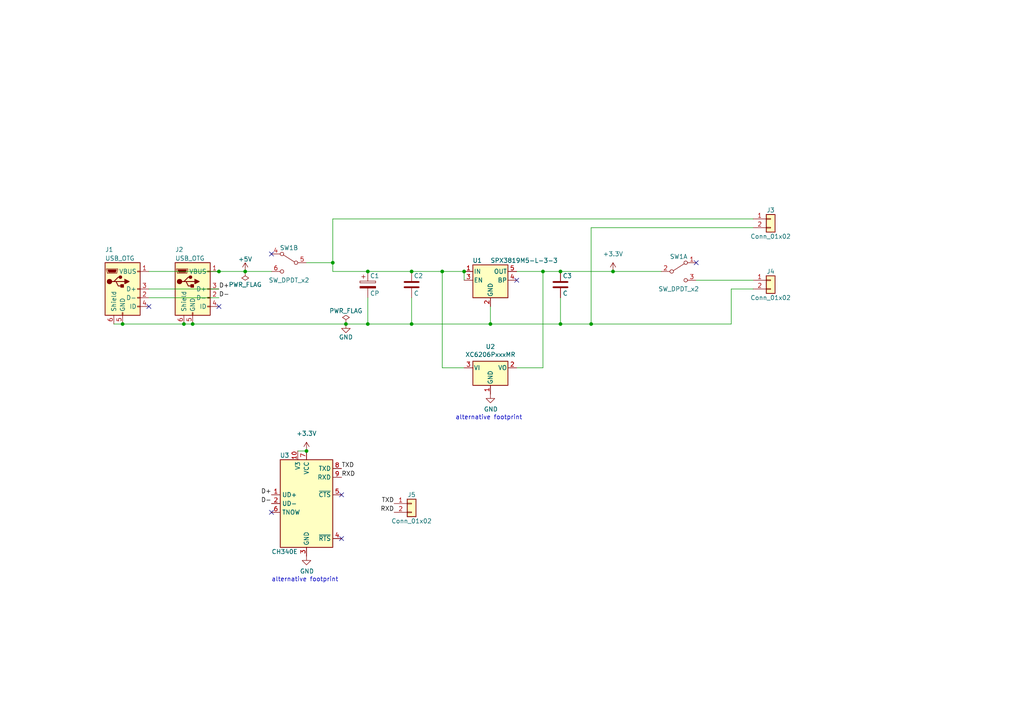
<source format=kicad_sch>
(kicad_sch (version 20211123) (generator eeschema)
  (paper "A4")
  (title_block (title "BBPSU-USBTTL") (date "2022-11-03") (rev "0.1") (company "FLACO 2022, licence of this schematic is CC-BY-NC-SA") (comment 1 "Breadboard 3.3V power supply with micro USB input"))
  (lib_symbols
    (symbol "Connector:USB_B_Micro" (pin_names (offset 1.016))
      (property "Reference" "J" (at -5.08 11.43 0))
      (property "Value" "USB_B_Micro" (at -5.08 8.89 0))
      (symbol "USB_B_Micro_0_1"
        (rectangle (start -5.08 -7.62) (end 5.08 7.62) (stroke (width 0.254)) (fill (type background)))
        (circle (center -3.81 2.159) (radius 0.635) (stroke (width 0.254)) (fill (type outline)))
        (circle (center -0.635 3.429) (radius 0.381) (stroke (width 0.254)) (fill (type outline)))
        (rectangle (start -0.127 -7.62) (end 0.127 -6.858))
        (polyline (pts (xy -1.905 2.159) (xy 0.635 2.159)) (stroke (width 0.254)))
        (polyline (pts (xy -3.175 2.159) (xy -2.54 2.159) (xy -1.27 3.429) (xy -0.635 3.429)) (stroke (width 0.254)))
        (polyline (pts (xy -2.54 2.159) (xy -1.905 2.159) (xy -1.27 0.889) (xy 0 0.889)) (stroke (width 0.254)))
        (polyline (pts (xy 0.635 2.794) (xy 0.635 1.524) (xy 1.905 2.159) (xy 0.635 2.794)) (stroke (width 0.254)) (fill (type outline)))
        (polyline (pts (xy -4.318 5.588) (xy -1.778 5.588) (xy -2.032 4.826) (xy -4.064 4.826) (xy -4.318 5.588)) (fill (type outline)))
        (polyline (pts (xy -4.699 5.842) (xy -4.699 5.588) (xy -4.445 4.826) (xy -4.445 4.572) (xy -1.651 4.572) (xy -1.651 4.826) (xy -1.397 5.588) (xy -1.397 5.842) (xy -4.699 5.842)))
        (rectangle (start 0.254 1.27) (end -0.508 0.508) (stroke (width 0.254)) (fill (type outline)))
        (rectangle (start 5.08 -5.207) (end 4.318 -4.953))
        (rectangle (start 5.08 -2.667) (end 4.318 -2.413))
        (rectangle (start 5.08 -0.127) (end 4.318 0.127))
        (rectangle (start 5.08 4.953) (end 4.318 5.207))
      )
      (symbol "USB_B_Micro_1_1"
        (pin power_out line (at 7.62 5.08 180) (length 2.54) (name "VBUS") (number "1"))
        (pin bidirectional line (at 7.62 -2.54 180) (length 2.54) (name "D-") (number "2"))
        (pin bidirectional line (at 7.62 0 180) (length 2.54) (name "D+") (number "3"))
        (pin passive line (at 7.62 -5.08 180) (length 2.54) (name "ID") (number "4"))
        (pin power_out line (at 0 -10.16 90) (length 2.54) (name "GND") (number "5"))
        (pin passive line (at -2.54 -10.16 90) (length 2.54) (name "Shield") (number "6"))
      )
    )
    (symbol "Connector:USB_B_Mini" (pin_names (offset 1.016))
      (property "Reference" "J" (at -5.08 11.43 0))
      (property "Value" "USB_B_Mini" (at -5.08 8.89 0))
      (symbol "USB_B_Mini_0_1"
        (rectangle (start -5.08 -7.62) (end 5.08 7.62) (stroke (width 0.254)) (fill (type background)))
        (circle (center -3.81 2.159) (radius 0.635) (stroke (width 0.254)) (fill (type outline)))
        (circle (center -0.635 3.429) (radius 0.381) (stroke (width 0.254)) (fill (type outline)))
        (rectangle (start -0.127 -7.62) (end 0.127 -6.858))
        (polyline (pts (xy -1.905 2.159) (xy 0.635 2.159)) (stroke (width 0.254)))
        (polyline (pts (xy -3.175 2.159) (xy -2.54 2.159) (xy -1.27 3.429) (xy -0.635 3.429)) (stroke (width 0.254)))
        (polyline (pts (xy -2.54 2.159) (xy -1.905 2.159) (xy -1.27 0.889) (xy 0 0.889)) (stroke (width 0.254)))
        (polyline (pts (xy 0.635 2.794) (xy 0.635 1.524) (xy 1.905 2.159) (xy 0.635 2.794)) (stroke (width 0.254)) (fill (type outline)))
        (polyline (pts (xy -4.318 5.588) (xy -1.778 5.588) (xy -2.032 4.826) (xy -4.064 4.826) (xy -4.318 5.588)) (fill (type outline)))
        (polyline (pts (xy -4.699 5.842) (xy -4.699 5.588) (xy -4.445 4.826) (xy -4.445 4.572) (xy -1.651 4.572) (xy -1.651 4.826) (xy -1.397 5.588) (xy -1.397 5.842) (xy -4.699 5.842)))
        (rectangle (start 0.254 1.27) (end -0.508 0.508) (stroke (width 0.254)) (fill (type outline)))
        (rectangle (start 5.08 -5.207) (end 4.318 -4.953))
        (rectangle (start 5.08 -2.667) (end 4.318 -2.413))
        (rectangle (start 5.08 -0.127) (end 4.318 0.127))
        (rectangle (start 5.08 4.953) (end 4.318 5.207))
      )
      (symbol "USB_B_Mini_1_1"
        (pin power_out line (at 7.62 5.08 180) (length 2.54) (name "VBUS") (number "1"))
        (pin bidirectional line (at 7.62 -2.54 180) (length 2.54) (name "D-") (number "2"))
        (pin bidirectional line (at 7.62 0 180) (length 2.54) (name "D+") (number "3"))
        (pin passive line (at 7.62 -5.08 180) (length 2.54) (name "ID") (number "4"))
        (pin power_out line (at 0 -10.16 90) (length 2.54) (name "GND") (number "5"))
        (pin passive line (at -2.54 -10.16 90) (length 2.54) (name "Shield") (number "6"))
      )
    )
    (symbol "Connector_Generic:Conn_01x02" (pin_names (offset 1.016) hide)
      (property "Reference" "J" (at 0 2.54 0))
      (property "Value" "Conn_01x02" (at 0 -5.08 0))
      (symbol "Conn_01x02_1_1"
        (rectangle (start -1.27 -2.413) (end 0 -2.667) (stroke (width 0.1524)))
        (rectangle (start -1.27 0.127) (end 0 -0.127) (stroke (width 0.1524)))
        (rectangle (start -1.27 1.27) (end 1.27 -3.81) (stroke (width 0.254)) (fill (type background)))
        (pin passive line (at -5.08 0 0) (length 3.81) (name "Pin_1") (number "1"))
        (pin passive line (at -5.08 -2.54 0) (length 3.81) (name "Pin_2") (number "2"))
      )
    )
    (symbol "Device:C" (pin_numbers hide) (pin_names (offset 0.254))
      (property "Reference" "C" (at 0.635 2.54 0))
      (property "Value" "C" (at 0.635 -2.54 0))
      (symbol "C_0_1"
        (polyline (pts (xy -2.032 -0.762) (xy 2.032 -0.762)) (stroke (width 0.508)))
        (polyline (pts (xy -2.032 0.762) (xy 2.032 0.762)) (stroke (width 0.508)))
      )
      (symbol "C_1_1"
        (pin passive line (at 0 3.81 270) (length 2.794) (name "~") (number "1"))
        (pin passive line (at 0 -3.81 90) (length 2.794) (name "~") (number "2"))
      )
    )
    (symbol "Device:C_Polarized" (pin_numbers hide) (pin_names (offset 0.254))
      (property "Reference" "C" (at 0.635 2.54 0))
      (property "Value" "C_Polarized" (at 0.635 -2.54 0))
      (symbol "C_Polarized_0_1"
        (rectangle (start -2.286 0.508) (end 2.286 1.016))
        (polyline (pts (xy -1.778 2.286) (xy -0.762 2.286)))
        (polyline (pts (xy -1.27 2.794) (xy -1.27 1.778)))
        (rectangle (start 2.286 -0.508) (end -2.286 -1.016) (fill (type outline)))
      )
      (symbol "C_Polarized_1_1"
        (pin passive line (at 0 3.81 270) (length 2.794) (name "~") (number "1"))
        (pin passive line (at 0 -3.81 90) (length 2.794) (name "~") (number "2"))
      )
    )
    (symbol "Interface_USB:CH340E"
      (property "Reference" "U" (at -5.08 13.97 0))
      (property "Value" "CH340E" (at 1.27 13.97 0))
      (symbol "CH340E_0_1"
        (rectangle (start -7.62 12.7) (end 7.62 -12.7) (stroke (width 0.254)) (fill (type background)))
      )
      (symbol "CH340E_1_1"
        (pin bidirectional line (at -10.16 2.54 0) (length 2.54) (name "UD+") (number "1"))
        (pin passive line (at -2.54 15.24 270) (length 2.54) (name "V3") (number "10"))
        (pin bidirectional line (at -10.16 0 0) (length 2.54) (name "UD-") (number "2"))
        (pin power_in line (at 0 -15.24 90) (length 2.54) (name "GND") (number "3"))
        (pin output line (at 10.16 -10.16 180) (length 2.54) (name "~{RTS}") (number "4"))
        (pin input line (at 10.16 2.54 180) (length 2.54) (name "~{CTS}") (number "5"))
        (pin output line (at -10.16 -2.54 0) (length 2.54) (name "TNOW") (number "6"))
        (pin power_in line (at 0 15.24 270) (length 2.54) (name "VCC") (number "7"))
        (pin output line (at 10.16 10.16 180) (length 2.54) (name "TXD") (number "8"))
        (pin input line (at 10.16 7.62 180) (length 2.54) (name "RXD") (number "9"))
      )
    )
    (symbol "Regulator_Linear:SPX3819M5-L-3-3" (pin_names (offset 0.254))
      (property "Reference" "U" (at -3.81 5.715 0))
      (property "Value" "SPX3819M5-L-3-3" (at 0 5.715 0))
      (symbol "SPX3819M5-L-3-3_0_1"
        (rectangle (start -5.08 4.445) (end 5.08 -5.08) (stroke (width 0.254)) (fill (type background)))
      )
      (symbol "SPX3819M5-L-3-3_1_1"
        (pin power_in line (at -7.62 2.54 0) (length 2.54) (name "IN") (number "1"))
        (pin power_in line (at 0 -7.62 90) (length 2.54) (name "GND") (number "2"))
        (pin input line (at -7.62 0 0) (length 2.54) (name "EN") (number "3"))
        (pin input line (at 7.62 0 180) (length 2.54) (name "BP") (number "4"))
        (pin power_out line (at 7.62 2.54 180) (length 2.54) (name "OUT") (number "5"))
      )
    )
    (symbol "Regulator_Linear:XC6206PxxxMR" (pin_names (offset 0.254))
      (property "Reference" "U" (at -3.81 3.175 0))
      (property "Value" "XC6206PxxxMR" (at 0 3.175 0))
      (symbol "XC6206PxxxMR_0_1"
        (rectangle (start -5.08 1.905) (end 5.08 -5.08) (stroke (width 0.254)) (fill (type background)))
      )
      (symbol "XC6206PxxxMR_1_1"
        (pin power_in line (at 0 -7.62 90) (length 2.54) (name "GND") (number "1"))
        (pin power_out line (at 7.62 0 180) (length 2.54) (name "VO") (number "2"))
        (pin power_in line (at -7.62 0 0) (length 2.54) (name "VI") (number "3"))
      )
    )
    (symbol "Switch:SW_DPDT_x2" (pin_names (offset 0) hide)
      (property "Reference" "SW" (at 0 4.318 0))
      (property "Value" "SW_DPDT_x2" (at 0 -5.08 0))
      (symbol "SW_DPDT_x2_0_0"
        (circle (center -2.032 0) (radius 0.508))
        (circle (center 2.032 -2.54) (radius 0.508))
      )
      (symbol "SW_DPDT_x2_0_1"
        (polyline (pts (xy -1.524 0.254) (xy 1.651 2.286)))
        (circle (center 2.032 2.54) (radius 0.508))
      )
      (symbol "SW_DPDT_x2_1_1"
        (pin passive line (at 5.08 2.54 180) (length 2.54) (name "A") (number "1"))
        (pin passive line (at -5.08 0 0) (length 2.54) (name "B") (number "2"))
        (pin passive line (at 5.08 -2.54 180) (length 2.54) (name "C") (number "3"))
      )
      (symbol "SW_DPDT_x2_2_1"
        (pin passive line (at 5.08 2.54 180) (length 2.54) (name "A") (number "4"))
        (pin passive line (at -5.08 0 0) (length 2.54) (name "B") (number "5"))
        (pin passive line (at 5.08 -2.54 180) (length 2.54) (name "C") (number "6"))
      )
    )
    (symbol "power:+3.3V" (power) (pin_names (offset 0))
      (property "Value" "+3.3V" (at 0 3.556 0))
      (symbol "+3.3V_0_1"
        (polyline (pts (xy -0.762 1.27) (xy 0 2.54)))
        (polyline (pts (xy 0 0) (xy 0 2.54)))
        (polyline (pts (xy 0 2.54) (xy 0.762 1.27)))
      )
      (symbol "+3.3V_1_1"
        (pin power_in line (at 0 0 90) (length 0) hide (name "+3.3V") (number "1"))
      )
    )
    (symbol "power:+5V" (power) (pin_names (offset 0))
      (property "Value" "+5V" (at 0 3.556 0))
      (symbol "+5V_0_1"
        (polyline (pts (xy -0.762 1.27) (xy 0 2.54)))
        (polyline (pts (xy 0 0) (xy 0 2.54)))
        (polyline (pts (xy 0 2.54) (xy 0.762 1.27)))
      )
      (symbol "+5V_1_1"
        (pin power_in line (at 0 0 90) (length 0) hide (name "+5V") (number "1"))
      )
    )
    (symbol "power:GND" (power) (pin_names (offset 0))
      (property "Value" "GND" (at 0 -3.81 0))
      (symbol "GND_0_1"
        (polyline (pts (xy 0 0) (xy 0 -1.27) (xy 1.27 -1.27) (xy 0 -2.54) (xy -1.27 -1.27) (xy 0 -1.27)))
      )
      (symbol "GND_1_1"
        (pin power_in line (at 0 0 270) (length 0) hide (name "GND") (number "1"))
      )
    )
    (symbol "power:PWR_FLAG" (power) (pin_numbers hide) (pin_names (offset 0) hide)
      (property "Value" "PWR_FLAG" (at 0 3.81 0))
      (symbol "PWR_FLAG_0_0"
        (pin power_out line (at 0 0 90) (length 0) (name "pwr") (number "1"))
      )
      (symbol "PWR_FLAG_0_1"
        (polyline (pts (xy 0 0) (xy 0 1.27) (xy -1.016 1.905) (xy 0 2.54) (xy 1.016 1.905) (xy 0 1.27)))
      )
    )
  )
  (junction (at 119.38 93.98))
  (junction (at 35.56 93.98))
  (junction (at 88.9 130.81))
  (junction (at 106.68 78.74))
  (junction (at 134.62 78.74))
  (junction (at 55.88 93.98))
  (junction (at 53.34 93.98))
  (junction (at 177.8 78.74))
  (junction (at 157.48 78.74))
  (junction (at 106.68 93.98))
  (junction (at 142.24 93.98))
  (junction (at 171.45 93.98))
  (junction (at 128.27 78.74))
  (junction (at 119.38 78.74))
  (junction (at 162.56 93.98))
  (junction (at 100.33 93.98))
  (junction (at 71.12 78.74))
  (junction (at 96.52 76.2))
  (junction (at 162.56 78.74))
  (junction (at 63.5 78.74))
  (no_connect (at 78.74 73.66))
  (no_connect (at 63.5 88.9))
  (no_connect (at 149.86 81.28))
  (no_connect (at 78.74 148.59))
  (no_connect (at 43.18 88.9))
  (no_connect (at 99.06 156.21))
  (no_connect (at 99.06 143.51))
  (no_connect (at 201.93 76.2))
  (wire (pts (xy 171.45 93.98) (xy 212.09 93.98)))
  (wire (pts (xy 35.56 93.98) (xy 53.34 93.98)))
  (wire (pts (xy 128.27 106.68) (xy 134.62 106.68)))
  (wire (pts (xy 106.68 86.36) (xy 106.68 93.98)))
  (wire (pts (xy 86.36 130.81) (xy 88.9 130.81)))
  (wire (pts (xy 119.38 93.98) (xy 142.24 93.98)))
  (wire (pts (xy 212.09 93.98) (xy 212.09 83.82)))
  (wire (pts (xy 157.48 106.68) (xy 157.48 78.74)))
  (wire (pts (xy 157.48 78.74) (xy 162.56 78.74)))
  (wire (pts (xy 100.33 93.98) (xy 106.68 93.98)))
  (wire (pts (xy 162.56 93.98) (xy 162.56 86.36)))
  (wire (pts (xy 212.09 83.82) (xy 218.44 83.82)))
  (wire (pts (xy 106.68 93.98) (xy 119.38 93.98)))
  (wire (pts (xy 96.52 78.74) (xy 96.52 76.2)))
  (wire (pts (xy 43.18 86.36) (xy 63.5 86.36)))
  (wire (pts (xy 218.44 66.04) (xy 171.45 66.04)))
  (wire (pts (xy 162.56 78.74) (xy 177.8 78.74)))
  (wire (pts (xy 53.34 93.98) (xy 55.88 93.98)))
  (wire (pts (xy 43.18 83.82) (xy 63.5 83.82)))
  (wire (pts (xy 177.8 78.74) (xy 191.77 78.74)))
  (wire (pts (xy 128.27 106.68) (xy 128.27 78.74)))
  (wire (pts (xy 119.38 86.36) (xy 119.38 93.98)))
  (wire (pts (xy 128.27 78.74) (xy 134.62 78.74)))
  (wire (pts (xy 96.52 63.5) (xy 96.52 76.2)))
  (wire (pts (xy 218.44 63.5) (xy 96.52 63.5)))
  (wire (pts (xy 96.52 78.74) (xy 106.68 78.74)))
  (wire (pts (xy 171.45 66.04) (xy 171.45 93.98)))
  (wire (pts (xy 142.24 93.98) (xy 142.24 88.9)))
  (wire (pts (xy 55.88 93.98) (xy 100.33 93.98)))
  (wire (pts (xy 119.38 78.74) (xy 128.27 78.74)))
  (wire (pts (xy 106.68 78.74) (xy 119.38 78.74)))
  (wire (pts (xy 63.5 78.74) (xy 71.12 78.74)))
  (wire (pts (xy 162.56 93.98) (xy 171.45 93.98)))
  (wire (pts (xy 96.52 76.2) (xy 88.9 76.2)))
  (wire (pts (xy 43.18 78.74) (xy 63.5 78.74)))
  (wire (pts (xy 134.62 78.74) (xy 134.62 81.28)))
  (wire (pts (xy 201.93 81.28) (xy 218.44 81.28)))
  (wire (pts (xy 71.12 78.74) (xy 78.74 78.74)))
  (wire (pts (xy 142.24 93.98) (xy 162.56 93.98)))
  (wire (pts (xy 33.02 93.98) (xy 35.56 93.98)))
  (wire (pts (xy 149.86 106.68) (xy 157.48 106.68)))
  (wire (pts (xy 149.86 78.74) (xy 157.48 78.74)))
  (text "alternative footprint" (at 132.08 121.92 0) (effects (font (size 1.27 1.27)) (justify left bottom)))
  (text "alternative footprint" (at 78.74 168.91 0) (effects (font (size 1.27 1.27)) (justify left bottom)))
  (label "TXD" (at 99.06 135.89 0))
  (label "D+" (at 78.74 143.51 180))
  (label "D+" (at 63.5 83.82 0))
  (label "D-" (at 78.74 146.05 180))
  (label "TXD" (at 114.3 146.05 180))
  (label "RXD" (at 99.06 138.43 0))
  (label "RXD" (at 114.3 148.59 180))
  (label "D-" (at 63.5 86.36 0))
  (symbol (lib_id "Regulator_Linear:SPX3819M5-L-3-3") (at 142.24 81.28 0) (unit 1)
    (property "Reference" "U1" (at 138.43 75.565 0))
    (property "Value" "SPX3819M5-L-3-3" (at 142.24 75.565 0) (effects (justify left)))
    (property "Footprint" "Package_TO_SOT_SMD:SOT-23-5" (effects hide))
    (property "Datasheet" "https://www.exar.com/content/document.ashx?id=22106&languageid=1033&type=Datasheet&partnumber=SPX3819&filename=SPX3819.pdf&part=SPX3819" (effects hide))
  )
  (symbol (lib_id "Device:C") (at 119.38 82.55 0) (unit 1)
    (property "Reference" "C2" (at 120.015 80.01 0) (effects (justify left)))
    (property "Value" "C" (at 120.015 85.09 0) (effects (justify left)))
    (property "Footprint" "Capacitor_SMD:C_0805_2012Metric_Pad1.18x1.45mm_HandSolder" (effects hide))
  )
  (symbol (lib_id "Device:C") (at 162.56 82.55 0) (unit 1)
    (property "Reference" "C3" (at 163.195 80.01 0) (effects (justify left)))
    (property "Value" "C" (at 163.195 85.09 0) (effects (justify left)))
    (property "Footprint" "Capacitor_SMD:C_0805_2012Metric_Pad1.18x1.45mm_HandSolder" (effects hide))
  )
  (symbol (lib_id "Device:C_Polarized") (at 106.68 82.55 0) (unit 1)
    (property "Reference" "C1" (at 107.315 80.01 0) (effects (justify left)))
    (property "Value" "CP" (at 107.315 85.09 0) (effects (justify left)))
    (property "Footprint" "Capacitor_THT:CP_Radial_D6.3mm_P2.50mm" (effects hide))
  )
  (symbol (lib_id "Connector:USB_B_Mini") (at 55.88 83.82 0) (unit 1)
    (property "Reference" "J2" (at 50.8 72.39 0) (effects (justify left)))
    (property "Value" "USB_OTG" (at 50.8 74.93 0) (effects (justify left)))
    (property "Footprint" "Connector_USB:USB_Mini-B_Wuerth_65100516121_Horizontal" (effects hide))
  )
  (symbol (lib_id "Connector:USB_B_Micro") (at 35.56 83.82 0) (unit 1)
    (property "Reference" "J1" (at 30.48 72.39 0) (effects (justify left)))
    (property "Value" "USB_OTG" (at 30.48 74.93 0) (effects (justify left)))
    (property "Footprint" "Sassa:USB-MICRO-B" (effects hide))
  )
  (symbol (lib_id "Connector_Generic:Conn_01x02") (at 223.52 81.28 0) (unit 1)
    (property "Reference" "J4" (at 223.52 78.74 0))
    (property "Value" "Conn_01x02" (at 223.52 86.36 0))
    (property "Footprint" "Connector_PinHeader_2.54mm:PinHeader_1x02_P2.54mm_Vertical" (effects hide))
  )
  (symbol (lib_id "Connector_Generic:Conn_01x02") (at 223.52 63.5 0) (unit 1)
    (property "Reference" "J3" (at 223.52 60.96 0))
    (property "Value" "Conn_01x02" (at 223.52 68.58 0))
    (property "Footprint" "Connector_PinHeader_2.54mm:PinHeader_1x02_P2.54mm_Vertical" (effects hide))
  )
  (symbol (lib_id "Switch:SW_DPDT_x2") (at 83.82 76.2 0) (mirror y) (unit 2)
    (property "Reference" "SW1" (at 83.82 71.882 0))
    (property "Value" "SW_DPDT_x2" (at 83.82 81.28 0))
    (property "Footprint" "Sassa:SW_PUSH_Self-locking_5.8mm" (effects hide))
  )
  (symbol (lib_id "Switch:SW_DPDT_x2") (at 196.85 78.74 0) (unit 1)
    (property "Reference" "SW1" (at 196.85 74.422 0))
    (property "Value" "SW_DPDT_x2" (at 196.85 83.82 0))
    (property "Footprint" "Sassa:SW_PUSH_Self-locking_5.8mm" (effects hide))
  )
  (symbol (lib_id "power:GND") (at 100.33 93.98 0) (unit 1)
    (property "Reference" "#PWR01" (effects hide))
    (property "Value" "GND" (at 100.33 97.79 0))
  )
  (symbol (lib_id "power:PWR_FLAG") (at 100.33 93.98 0) (unit 1)
    (property "Reference" "#FLG02" (effects hide))
    (property "Value" "PWR_FLAG" (at 100.33 90.17 0))
  )
  (symbol (lib_id "power:+5V") (at 71.12 78.74 0) (unit 1)
    (property "Reference" "#PWR03" (effects hide))
    (property "Value" "+5V" (at 71.12 75.184 0))
  )
  (symbol (lib_id "power:PWR_FLAG") (at 71.12 78.74 180) (unit 1)
    (property "Reference" "#FLG04" (effects hide))
    (property "Value" "PWR_FLAG" (at 71.12 82.55 0))
  )
  (symbol (lib_id "Regulator_Linear:XC6206PxxxMR") (at 142.24 106.68 0) (unit 1)
    (property "Reference" "U2" (at 142.24 100.5332 0))
    (property "Value" "XC6206PxxxMR" (at 142.24 102.8446 0))
    (property "Footprint" "Sassa:SOT-23" (effects hide))
    (property "Datasheet" "https://www.torexsemi.com/file/xc6206/XC6206.pdf" (effects hide))
  )
  (symbol (lib_id "power:+3.3V") (at 88.9 130.81 0) (unit 1)
    (property "Reference" "#PWR0102" (effects hide))
    (property "Value" "+3.3V" (at 88.9 125.73 0))
  )
  (symbol (lib_id "Connector_Generic:Conn_01x02") (at 119.38 146.05 0) (unit 1)
    (property "Reference" "J5" (at 119.38 143.51 0))
    (property "Value" "Conn_01x02" (at 119.38 151.13 0))
    (property "Footprint" "Connector_PinHeader_2.54mm:PinHeader_1x02_P2.54mm_Vertical" (effects hide))
  )
  (symbol (lib_id "power:GND") (at 88.9 161.29 0) (unit 1)
    (property "Reference" "#PWR05" (effects hide))
    (property "Value" "GND" (at 89.027 165.6842 0))
  )
  (symbol (lib_id "Interface_USB:CH340E") (at 88.9 146.05 0) (unit 1)
    (property "Reference" "U3" (at 82.55 132.08 0))
    (property "Value" "CH340E" (at 82.55 160.02 0))
    (property "Footprint" "Package_SO:MSOP-10_3x3mm_P0.5mm" (effects hide))
    (property "Datasheet" "https://www.mpja.com/download/35227cpdata.pdf" (effects hide))
  )
  (symbol (lib_id "power:+3.3V") (at 177.8 78.74 0) (unit 1)
    (property "Reference" "#PWR0101" (effects hide))
    (property "Value" "+3.3V" (at 177.8 73.66 0))
  )
  (symbol (lib_id "power:GND") (at 142.24 114.3 0) (unit 1)
    (property "Reference" "#PWR04" (effects hide))
    (property "Value" "GND" (at 142.367 118.6942 0))
  )
)
</source>
